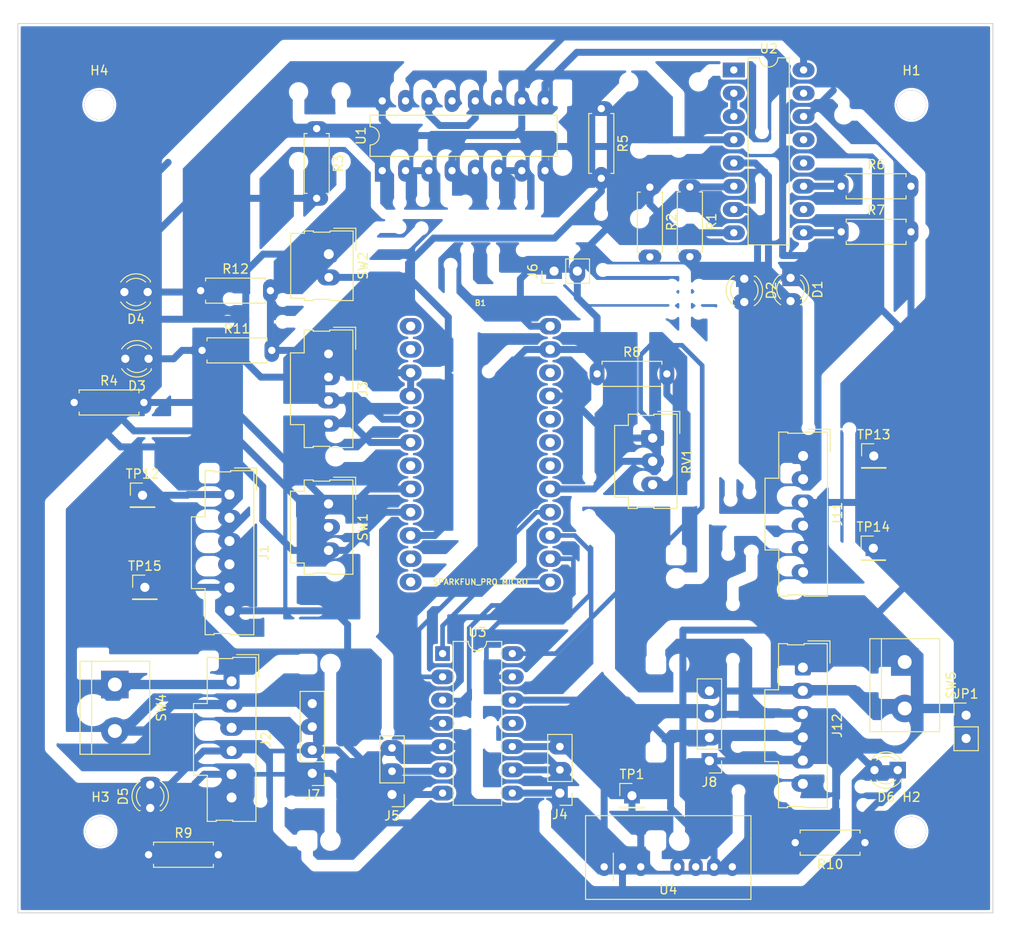
<source format=kicad_pcb>
(kicad_pcb (version 20171130) (host pcbnew 5.1.7-a382d34a8~88~ubuntu18.04.1)
  (layers (0 F.Cu signal) (31 B.Cu signal) (35 F.Paste user) (37 F.SilkS user) (38 B.Mask user) (39 F.Mask user) (44 Edge.Cuts user))
  (net 0 "")
  (net 1 5V)
  (net 2 GND)
  (net 3 "Net-(B1-Pad22)")
  (net 4 "Net-(B1-Pad20)")
  (net 5 "Net-(B1-Pad19)")
  (net 6 "Net-(B1-Pad18)")
  (net 7 "Net-(B1-Pad17)")
  (net 8 "Net-(B1-Pad16)")
  (net 9 "Net-(B1-Pad15)")
  (net 10 "Net-(B1-Pad14)")
  (net 11 "Net-(B1-Pad7)")
  (net 12 "Net-(B1-Pad2)")
  (net 13 "Net-(B1-Pad1)")
  (net 14 GNDA)
  (net 15 +12VA)
  (net 16 +5VA)
  (net 17 +48VA)
  (net 18 /Throttle-A)
  (net 19 /Brake_AN-A)
  (net 20 /FWD-A)
  (net 21 /REV-A)
  (net 22 /Brake-A)
  (net 23 /Foot_SW-A)
  (net 24 /Meter-A)
  (net 25 /PWR-A)
  (net 26 "Net-(R1-Pad1)")
  (net 27 "Net-(R2-Pad1)")
  (net 28 "Net-(R3-Pad1)")
  (net 29 "Net-(R4-Pad1)")
  (net 30 "Net-(R5-Pad1)")
  (net 31 "Net-(U1-Pad6)")
  (net 32 "Net-(U1-Pad2)")
  (net 33 "Net-(U2-Pad2)")
  (net 34 "Net-(U3-Pad11)")
  (net 35 "Net-(R8-Pad2)")
  (net 36 /10-CS)
  (net 37 /7-Brake)
  (net 38 /SCL)
  (net 39 /SDA)
  (net 40 VCC)
  (net 41 /9-Meter_A)
  (net 42 /8-Meter_B)
  (net 43 /Meter-B)
  (net 44 "Net-(D1-Pad1)")
  (net 45 "Net-(D2-Pad1)")
  (net 46 +5VB)
  (net 47 "Net-(D5-Pad1)")
  (net 48 "Net-(D6-Pad1)")
  (net 49 /Throttle-B)
  (net 50 /Brake_AN-B)
  (net 51 /FWD-B)
  (net 52 /REV-B)
  (net 53 /Brake-B)
  (net 54 /Foot_SW-B)
  (net 55 GNDB)
  (net 56 +12VB)
  (net 57 +48VB)
  (net 58 /PWR-B)
  (net 59 "Net-(TP1-Pad1)")
  (net 60 "Net-(U4-Pad8)")
  (net 61 "Net-(U4-Pad5)")
  (net 62 "Net-(D3-Pad1)")
  (net 63 "Net-(D4-Pad1)")
  (net 64 /6-Forward)
  (net 65 /5-Reverse)
  (net 66 "Net-(JP1-Pad2)")
  (module Boards:SPARKFUN_PRO_MICRO (layer F.Cu) (at 64.516 78.1558)
    (fp_text reference B1 (at 0 -15.24) (layer F.SilkS) (effects (font (size 0.6096 0.6096) (thickness 0.127))))
    (fp_text value SPARKFUN_PRO_MICRO (at 0 15.24) (layer F.SilkS) (effects (font (size 0.6096 0.6096) (thickness 0.127))))
    (pad 24 thru_hole oval (at 7.62 -12.7) (size 2.3876 1.778) (drill 1.016) (layers *.Cu *.Mask) (net 1 5V))
    (pad 23 thru_hole oval (at 7.62 -10.16) (size 2.3876 1.778) (drill 1.016) (layers *.Cu *.Mask) (net 2 GND))
    (pad 22 thru_hole oval (at 7.62 -7.62) (size 2.3876 1.778) (drill 1.016) (layers *.Cu *.Mask) (net 3 "Net-(B1-Pad22)"))
    (pad 21 thru_hole oval (at 7.62 -5.08) (size 2.3876 1.778) (drill 1.016) (layers *.Cu *.Mask) (net 40 VCC))
    (pad 20 thru_hole oval (at 7.62 -2.54) (size 2.3876 1.778) (drill 1.016) (layers *.Cu *.Mask) (net 4 "Net-(B1-Pad20)"))
    (pad 19 thru_hole oval (at 7.62 0) (size 2.3876 1.778) (drill 1.016) (layers *.Cu *.Mask) (net 5 "Net-(B1-Pad19)"))
    (pad 18 thru_hole oval (at 7.62 2.54) (size 2.3876 1.778) (drill 1.016) (layers *.Cu *.Mask) (net 6 "Net-(B1-Pad18)"))
    (pad 17 thru_hole oval (at 7.62 5.08) (size 2.3876 1.778) (drill 1.016) (layers *.Cu *.Mask) (net 7 "Net-(B1-Pad17)"))
    (pad 16 thru_hole oval (at 7.62 7.62) (size 2.3876 1.778) (drill 1.016) (layers *.Cu *.Mask) (net 8 "Net-(B1-Pad16)"))
    (pad 15 thru_hole oval (at 7.62 10.16) (size 2.3876 1.778) (drill 1.016) (layers *.Cu *.Mask) (net 9 "Net-(B1-Pad15)"))
    (pad 14 thru_hole oval (at 7.62 12.7) (size 2.3876 1.778) (drill 1.016) (layers *.Cu *.Mask) (net 10 "Net-(B1-Pad14)"))
    (pad 13 thru_hole oval (at 7.62 15.24) (size 2.3876 1.778) (drill 1.016) (layers *.Cu *.Mask) (net 36 /10-CS))
    (pad 12 thru_hole oval (at -7.62 15.24) (size 2.3876 1.778) (drill 1.016) (layers *.Cu *.Mask) (net 41 /9-Meter_A))
    (pad 11 thru_hole oval (at -7.62 12.7) (size 2.3876 1.778) (drill 1.016) (layers *.Cu *.Mask) (net 42 /8-Meter_B))
    (pad 10 thru_hole oval (at -7.62 10.16) (size 2.3876 1.778) (drill 1.016) (layers *.Cu *.Mask) (net 37 /7-Brake))
    (pad 9 thru_hole oval (at -7.62 7.62) (size 2.3876 1.778) (drill 1.016) (layers *.Cu *.Mask) (net 64 /6-Forward))
    (pad 8 thru_hole oval (at -7.62 5.08) (size 2.3876 1.778) (drill 1.016) (layers *.Cu *.Mask) (net 65 /5-Reverse))
    (pad 7 thru_hole oval (at -7.62 2.54) (size 2.3876 1.778) (drill 1.016) (layers *.Cu *.Mask) (net 11 "Net-(B1-Pad7)"))
    (pad 6 thru_hole oval (at -7.62 0) (size 2.3876 1.778) (drill 1.016) (layers *.Cu *.Mask) (net 38 /SCL))
    (pad 5 thru_hole oval (at -7.62 -2.54) (size 2.3876 1.778) (drill 1.016) (layers *.Cu *.Mask) (net 39 /SDA))
    (pad 4 thru_hole oval (at -7.62 -5.08) (size 2.3876 1.778) (drill 1.016) (layers *.Cu *.Mask) (net 2 GND))
    (pad 3 thru_hole oval (at -7.62 -7.62) (size 2.3876 1.778) (drill 1.016) (layers *.Cu *.Mask) (net 2 GND))
    (pad 2 thru_hole oval (at -7.62 -10.16) (size 2.3876 1.778) (drill 1.016) (layers *.Cu *.Mask) (net 12 "Net-(B1-Pad2)"))
    (pad 1 thru_hole oval (at -7.62 -12.7) (size 2.3876 1.778) (drill 1.016) (layers *.Cu *.Mask) (net 13 "Net-(B1-Pad1)"))
  )
  (module myfootprints:Molex_SL_171971-0003_1x03_P2.54mm_Vertical_wide_pads (layer F.Cu) (at 47.9298 84.8614 270)
    (fp_text reference SW1 (at 2.54 -3.75 270) (layer F.SilkS))
    (fp_text value FNR)
    (pad 1 thru_hole roundrect (at 0 0 270) (size 1.74 2.4892) (drill 1.016) (layers *.Cu *.Mask) (roundrect_rratio 0.144) (net 65 /5-Reverse))
    (pad 2 thru_hole oval (at 2.54 0 270) (size 1.74 2.4892) (drill 1.016) (layers *.Cu *.Mask) (net 40 VCC))
    (pad 3 thru_hole oval (at 5.08 0 270) (size 1.74 2.4892) (drill 1.016) (layers *.Cu *.Mask) (net 64 /6-Forward))
  )
  (module myfootprints:Molex_SL_171971-0003_1x03_P2.54mm_Vertical_wide_pads (layer F.Cu) (at 83.3374 77.6732 270)
    (fp_text reference RV1 (at 2.54 -3.75 270) (layer F.SilkS))
    (fp_text value Throttle)
    (pad 1 thru_hole roundrect (at 0 0 270) (size 1.74 2.4892) (drill 1.016) (layers *.Cu *.Mask) (roundrect_rratio 0.144) (net 40 VCC))
    (pad 2 thru_hole oval (at 2.54 0 270) (size 1.74 2.4892) (drill 1.016) (layers *.Cu *.Mask) (net 7 "Net-(B1-Pad17)"))
    (pad 3 thru_hole oval (at 5.08 0 270) (size 1.74 2.4892) (drill 1.016) (layers *.Cu *.Mask) (net 35 "Net-(R8-Pad2)"))
  )
  (module myfootprints:R_Axial_DIN0207_L6.3mm_D2.5mm_P7.62mm_Horizontal_wide_pads (layer F.Cu) (at 33.9598 61.5696)
    (fp_text reference R12 (at 3.81 -2.37) (layer F.SilkS))
    (fp_text value 1k)
    (pad 1 thru_hole oval (at 0 0 90) (size 1.6 2.4892) (drill 0.8) (layers *.Cu *.Mask) (net 63 "Net-(D4-Pad1)"))
    (pad 2 thru_hole oval (at 7.62 0) (size 1.6 2.4892) (drill 0.8) (layers *.Cu *.Mask) (net 2 GND))
  )
  (module myfootprints:R_Axial_DIN0207_L6.3mm_D2.5mm_P7.62mm_Horizontal_wide_pads (layer F.Cu) (at 34.1122 68.0974)
    (fp_text reference R11 (at 3.81 -2.37) (layer F.SilkS))
    (fp_text value 1k)
    (pad 1 thru_hole oval (at 0 0 90) (size 1.6 2.4892) (drill 0.8) (layers *.Cu *.Mask) (net 62 "Net-(D3-Pad1)"))
    (pad 2 thru_hole oval (at 7.62 0) (size 1.6 2.4892) (drill 0.8) (layers *.Cu *.Mask) (net 2 GND))
  )
  (module myfootprints:R_Axial_DIN0207_L6.3mm_D2.5mm_P7.62mm_Horizontal_wide_pads (layer F.Cu) (at 106.5276 121.8692 180)
    (fp_text reference R10 (at 3.81 -2.37) (layer F.SilkS))
    (fp_text value 1k)
    (pad 1 thru_hole oval (at 0 0 180) (size 1.6 2.4892) (drill 0.8) (layers *.Cu *.Mask) (net 48 "Net-(D6-Pad1)"))
    (pad 2 thru_hole oval (at 7.62 0 180) (size 1.6 2.4892) (drill 0.8) (layers *.Cu *.Mask) (net 14 GNDA))
  )
  (module myfootprints:R_Axial_DIN0207_L6.3mm_D2.5mm_P7.62mm_Horizontal_wide_pads (layer F.Cu) (at 28.2702 123.19)
    (fp_text reference R9 (at 3.81 -2.37) (layer F.SilkS))
    (fp_text value 1k)
    (pad 1 thru_hole oval (at 0 0) (size 1.6 2.4892) (drill 0.8) (layers *.Cu *.Mask) (net 47 "Net-(D5-Pad1)"))
    (pad 2 thru_hole oval (at 7.62 0) (size 1.6 2.4892) (drill 0.8) (layers *.Cu *.Mask) (net 55 GNDB))
  )
  (module myfootprints:R_Axial_DIN0207_L6.3mm_D2.5mm_P7.62mm_Horizontal_wide_pads (layer F.Cu) (at 77.2668 70.6628)
    (fp_text reference R8 (at 3.81 -2.37) (layer F.SilkS))
    (fp_text value 1k)
    (pad 1 thru_hole oval (at 0 0) (size 1.6 2.4892) (drill 0.8) (layers *.Cu *.Mask) (net 2 GND))
    (pad 2 thru_hole oval (at 7.62 0) (size 1.6 2.4892) (drill 0.8) (layers *.Cu *.Mask) (net 35 "Net-(R8-Pad2)"))
  )
  (module myfootprints:R_Axial_DIN0207_L6.3mm_D2.5mm_P7.62mm_Horizontal_wide_pads (layer F.Cu) (at 103.9368 55.1434)
    (fp_text reference R7 (at 3.81 -2.37) (layer F.SilkS))
    (fp_text value 10k)
    (pad 1 thru_hole oval (at 0 0) (size 1.6 2.4892) (drill 0.8) (layers *.Cu *.Mask) (net 41 /9-Meter_A))
    (pad 2 thru_hole oval (at 7.62 0) (size 1.6 2.4892) (drill 0.8) (layers *.Cu *.Mask) (net 2 GND))
  )
  (module myfootprints:R_Axial_DIN0207_L6.3mm_D2.5mm_P7.62mm_Horizontal_wide_pads (layer F.Cu) (at 103.9368 50.165)
    (fp_text reference R6 (at 3.81 -2.37) (layer F.SilkS))
    (fp_text value 10k)
    (pad 1 thru_hole oval (at 0 0) (size 1.6 2.4892) (drill 0.8) (layers *.Cu *.Mask) (net 42 /8-Meter_B))
    (pad 2 thru_hole oval (at 7.62 0) (size 1.6 2.4892) (drill 0.8) (layers *.Cu *.Mask) (net 2 GND))
  )
  (module myfootprints:R_Axial_DIN0207_L6.3mm_D2.5mm_P7.62mm_Horizontal_wide_pads (layer F.Cu) (at 77.724 41.6814 270)
    (fp_text reference R5 (at 3.81 -2.37 90) (layer F.SilkS))
    (fp_text value 220)
    (pad 1 thru_hole oval (at 0 0 270) (size 1.6 2.4892) (drill 0.8) (layers *.Cu *.Mask) (net 30 "Net-(R5-Pad1)"))
    (pad 2 thru_hole oval (at 7.62 0) (size 1.6 2.4892) (drill 0.8) (layers *.Cu *.Mask) (net 37 /7-Brake))
  )
  (module myfootprints:R_Axial_DIN0207_L6.3mm_D2.5mm_P7.62mm_Horizontal_wide_pads (layer F.Cu) (at 20.1422 73.787)
    (fp_text reference R4 (at 3.81 -2.37) (layer F.SilkS))
    (fp_text value 220)
    (pad 1 thru_hole oval (at 0 0) (size 1.6 2.4892) (drill 0.8) (layers *.Cu *.Mask) (net 29 "Net-(R4-Pad1)"))
    (pad 2 thru_hole oval (at 7.62 0) (size 1.6 2.4892) (drill 0.8) (layers *.Cu *.Mask) (net 65 /5-Reverse))
  )
  (module myfootprints:R_Axial_DIN0207_L6.3mm_D2.5mm_P7.62mm_Horizontal_wide_pads (layer F.Cu) (at 46.6344 43.8658 270)
    (fp_text reference R3 (at 3.81 -2.37 90) (layer F.SilkS))
    (fp_text value 220)
    (pad 1 thru_hole oval (at 0 0 270) (size 1.6 2.4892) (drill 0.8) (layers *.Cu *.Mask) (net 28 "Net-(R3-Pad1)"))
    (pad 2 thru_hole oval (at 7.62 0 270) (size 1.6 2.4892) (drill 0.8) (layers *.Cu *.Mask) (net 64 /6-Forward))
  )
  (module myfootprints:R_Axial_DIN0207_L6.3mm_D2.5mm_P7.62mm_Horizontal_wide_pads (layer F.Cu) (at 83.0326 50.2666 270)
    (fp_text reference R2 (at 3.81 -2.37 90) (layer F.SilkS))
    (fp_text value 1k)
    (pad 1 thru_hole oval (at 0 0 270) (size 1.6 2.4892) (drill 0.8) (layers *.Cu *.Mask) (net 27 "Net-(R2-Pad1)"))
    (pad 2 thru_hole oval (at 7.62 0 270) (size 1.6 2.4892) (drill 0.8) (layers *.Cu *.Mask) (net 14 GNDA))
  )
  (module myfootprints:R_Axial_DIN0207_L6.3mm_D2.5mm_P7.62mm_Horizontal_wide_pads (layer F.Cu) (at 87.4014 50.2412 270)
    (fp_text reference R1 (at 3.81 -2.37 90) (layer F.SilkS))
    (fp_text value 1k)
    (pad 1 thru_hole oval (at 0 0 270) (size 1.6 2.4892) (drill 0.8) (layers *.Cu *.Mask) (net 26 "Net-(R1-Pad1)"))
    (pad 2 thru_hole oval (at 7.62 0 270) (size 1.6 2.4892) (drill 0.8) (layers *.Cu *.Mask) (net 55 GNDB))
  )
  (module myfootprints:PinHeader_1x04_P2.54mm_Vertical_wide_pads (layer F.Cu) (at 89.535 112.9284 180)
    (fp_text reference J8 (at 0 -2.33) (layer F.SilkS))
    (fp_text value A_5_12_48)
    (pad 1 thru_hole rect (at 0 0 180) (size 1.7 1.7) (drill 1) (layers *.Cu *.Mask) (net 14 GNDA))
    (pad 2 thru_hole oval (at 0 2.54 180) (size 2.4892 1.7272) (drill oval 1) (layers *.Cu *.Mask) (net 16 +5VA))
    (pad 3 thru_hole oval (at 0 5.08 180) (size 2.4892 1.7272) (drill oval 1) (layers *.Cu *.Mask) (net 15 +12VA))
    (pad 4 thru_hole oval (at 0 7.62 180) (size 2.4892 1.7272) (drill oval 1) (layers *.Cu *.Mask) (net 17 +48VA))
  )
  (module myfootprints:PinHeader_1x04_P2.54mm_Vertical_wide_pads (layer F.Cu) (at 46.1518 114.3 180)
    (fp_text reference J7 (at 0 -2.33) (layer F.SilkS))
    (fp_text value B_5_12_48)
    (pad 1 thru_hole rect (at 0 0 180) (size 1.7 1.7) (drill 1) (layers *.Cu *.Mask) (net 55 GNDB))
    (pad 2 thru_hole oval (at 0 2.54 180) (size 2.4892 1.7272) (drill oval 1) (layers *.Cu *.Mask) (net 46 +5VB))
    (pad 3 thru_hole oval (at 0 5.08 180) (size 2.4892 1.7272) (drill oval 1) (layers *.Cu *.Mask) (net 56 +12VB))
    (pad 4 thru_hole oval (at 0 7.62 180) (size 2.4892 1.7272) (drill oval 1) (layers *.Cu *.Mask) (net 57 +48VB))
  )
  (module myfootprints:PinHeader_1x03_P2.54mm_Vertical_wide_pads (layer F.Cu) (at 54.864 116.6114 180)
    (fp_text reference J5 (at 0 -2.33) (layer F.SilkS))
    (fp_text value "throttle B")
    (pad 1 thru_hole rect (at 0 0 180) (size 1.7 1.7) (drill 1) (layers *.Cu *.Mask) (net 46 +5VB))
    (pad 2 thru_hole oval (at 0 2.54 270) (size 1.7272 2.4892) (drill 0.8382) (layers *.Cu *.Mask) (net 49 /Throttle-B))
    (pad 3 thru_hole oval (at 0 5.08 270) (size 1.7272 2.4892) (drill 0.8382) (layers *.Cu *.Mask) (net 55 GNDB))
  )
  (module myfootprints:PinHeader_1x03_P2.54mm_Vertical_wide_pads (layer F.Cu) (at 73.2028 116.459 180)
    (fp_text reference J4 (at 0 -2.33) (layer F.SilkS))
    (fp_text value "throttle A")
    (pad 1 thru_hole rect (at 0 0 180) (size 1.7 1.7) (drill 1) (layers *.Cu *.Mask) (net 16 +5VA))
    (pad 2 thru_hole oval (at 0 2.54 270) (size 1.7272 2.4892) (drill 0.8382) (layers *.Cu *.Mask) (net 18 /Throttle-A))
    (pad 3 thru_hole oval (at 0 5.08 270) (size 1.7272 2.4892) (drill 0.8382) (layers *.Cu *.Mask) (net 14 GNDA))
  )
  (module myfootprints:Molex_SL_171971-0004_1x04_P2.54mm_Vertical_wide_pads (layer F.Cu) (at 47.9298 68.4784 270)
    (fp_text reference J3 (at 3.81 -3.75 270) (layer F.SilkS))
    (fp_text value "I2C throttle")
    (pad 1 thru_hole roundrect (at 0 0 270) (size 1.74 2.2606) (drill 0.9652) (layers *.Cu *.Mask) (roundrect_rratio 0.144) (net 2 GND))
    (pad 2 thru_hole oval (at 2.54 0 270) (size 1.74 2.4892) (drill 0.9652) (layers *.Cu *.Mask) (net 40 VCC))
    (pad 3 thru_hole oval (at 5.08 0 270) (size 1.74 2.4892) (drill 0.9652) (layers *.Cu *.Mask) (net 39 /SDA))
    (pad 4 thru_hole oval (at 7.62 0 270) (size 1.74 2.4892) (drill 0.9652) (layers *.Cu *.Mask) (net 38 /SCL))
  )
  (module myfootprints:LED_D3.0mm_wide_pads (layer F.Cu) (at 110.109 113.9444 180)
    (fp_text reference D6 (at 1.27 -2.96) (layer F.SilkS))
    (fp_text value RED)
    (pad 1 thru_hole rect (at 0 0 180) (size 1.8 1.8) (drill 0.9) (layers *.Cu *.Mask) (net 48 "Net-(D6-Pad1)"))
    (pad 2 thru_hole oval (at 2.54 0 180) (size 1.7272 2.4892) (drill 0.9) (layers *.Cu *.Mask) (net 16 +5VA))
  )
  (module myfootprints:LED_D3.0mm_wide_pads (layer F.Cu) (at 28.448 118.0846 90)
    (fp_text reference D5 (at 1.27 -2.96 90) (layer F.SilkS))
    (fp_text value RED)
    (pad 1 thru_hole rect (at 0 0 90) (size 1.8 1.8) (drill 0.9) (layers *.Cu *.Mask) (net 47 "Net-(D5-Pad1)"))
    (pad 2 thru_hole oval (at 2.54 0 90) (size 1.7272 2.4892) (drill 0.9) (layers *.Cu *.Mask) (net 46 +5VB))
  )
  (module myfootprints:LED_D3.0mm_wide_pads (layer F.Cu) (at 28.1686 61.722 180)
    (fp_text reference D4 (at 1.27 -2.96) (layer F.SilkS))
    (fp_text value green)
    (pad 1 thru_hole rect (at 0 0 180) (size 1.8 1.8) (drill 0.9) (layers *.Cu *.Mask) (net 63 "Net-(D4-Pad1)"))
    (pad 2 thru_hole oval (at 2.54 0 180) (size 1.7272 2.4892) (drill 0.9) (layers *.Cu *.Mask) (net 64 /6-Forward))
  )
  (module myfootprints:LED_D3.0mm_wide_pads (layer F.Cu) (at 28.2702 69.0118 180)
    (fp_text reference D3 (at 1.27 -2.96) (layer F.SilkS))
    (fp_text value green)
    (pad 1 thru_hole rect (at 0 0 180) (size 1.8 1.8) (drill 0.9) (layers *.Cu *.Mask) (net 62 "Net-(D3-Pad1)"))
    (pad 2 thru_hole oval (at 2.54 0 180) (size 1.7272 2.4892) (drill 0.9) (layers *.Cu *.Mask) (net 65 /5-Reverse))
  )
  (module myfootprints:LED_D3.0mm_wide_pads (layer F.Cu) (at 93.345 60.2742 270)
    (fp_text reference D2 (at 1.27 -2.96 90) (layer F.SilkS))
    (fp_text value yellow)
    (pad 1 thru_hole rect (at 0 0 270) (size 1.8 1.8) (drill 0.9) (layers *.Cu *.Mask) (net 45 "Net-(D2-Pad1)"))
    (pad 2 thru_hole oval (at 2.54 0 270) (size 1.7272 2.4892) (drill 0.9) (layers *.Cu *.Mask) (net 24 /Meter-A))
  )
  (module myfootprints:LED_D3.0mm_wide_pads (layer F.Cu) (at 98.3996 60.1726 270)
    (fp_text reference D1 (at 1.27 -2.96 90) (layer F.SilkS))
    (fp_text value yellow)
    (pad 1 thru_hole rect (at 0 0 270) (size 1.8 1.8) (drill 0.9) (layers *.Cu *.Mask) (net 44 "Net-(D1-Pad1)"))
    (pad 2 thru_hole oval (at 2.54 0 270) (size 1.7272 2.4892) (drill 0.9) (layers *.Cu *.Mask) (net 43 /Meter-B))
  )
  (module Connector_PinHeader_2.54mm:PinHeader_1x02_P2.54mm_Vertical (layer F.Cu) (at 117.5766 107.95)
    (fp_text reference JP1 (at 0 -2.33) (layer F.SilkS))
    (fp_text value Jumper)
    (pad 2 thru_hole oval (at 0 2.54 90) (size 1.7 2.4892) (drill 1) (layers *.Cu *.Mask) (net 66 "Net-(JP1-Pad2)"))
    (pad 1 thru_hole rect (at 0 0) (size 1.7 1.7) (drill 1) (layers *.Cu *.Mask) (net 17 +48VA))
  )
  (module myfootprints:SPAN02 (layer F.Cu) (at 85.0392 124.5108)
    (fp_text reference U4 (at 0 2.5) (layer F.SilkS))
    (fp_text value SPAN02C-05)
    (pad 8 thru_hole oval (at 7 0) (size 1.524 2) (drill 0.8) (layers *.Cu *.Mask) (net 60 "Net-(U4-Pad8)"))
    (pad 7 thru_hole oval (at 5 0) (size 1.524 2) (drill 0.8) (layers *.Cu *.Mask) (net 2 GND))
    (pad 6 thru_hole oval (at 3 0) (size 1.524 2) (drill 0.8) (layers *.Cu *.Mask) (net 1 5V))
    (pad 5 thru_hole oval (at 1 0) (size 1.524 2) (drill 0.8) (layers *.Cu *.Mask) (net 61 "Net-(U4-Pad5)"))
    (pad 3 thru_hole oval (at -3 0) (size 1.524 2) (drill 0.8) (layers *.Cu *.Mask) (net 59 "Net-(TP1-Pad1)"))
    (pad 2 thru_hole oval (at -5 0) (size 1.524 2) (drill 0.8) (layers *.Cu *.Mask) (net 66 "Net-(JP1-Pad2)"))
    (pad 1 thru_hole oval (at -7 0) (size 1.524 2) (drill 0.8) (layers *.Cu *.Mask) (net 14 GNDA))
  )
  (module Connector_PinHeader_2.54mm:PinHeader_1x01_P2.54mm_Vertical (layer F.Cu) (at 27.8638 93.98)
    (fp_text reference TP15 (at 0 -2.33) (layer F.SilkS))
    (fp_text value anbrk)
    (pad 1 thru_hole rect (at 0 0) (size 1.7 1.7) (drill 1) (layers *.Cu *.Mask) (net 50 /Brake_AN-B))
  )
  (module Connector_PinHeader_2.54mm:PinHeader_1x01_P2.54mm_Vertical (layer F.Cu) (at 107.442 89.7128)
    (fp_text reference TP14 (at 0 -2.33) (layer F.SilkS))
    (fp_text value anbrk)
    (pad 1 thru_hole rect (at 0 0) (size 1.7 1.7) (drill 1) (layers *.Cu *.Mask) (net 19 /Brake_AN-A))
  )
  (module Connector_PinHeader_2.54mm:PinHeader_1x01_P2.54mm_Vertical (layer F.Cu) (at 107.4928 79.629)
    (fp_text reference TP13 (at 0 -2.33) (layer F.SilkS))
    (fp_text value ftsw)
    (pad 1 thru_hole rect (at 0 0) (size 1.7 1.7) (drill 1) (layers *.Cu *.Mask) (net 23 /Foot_SW-A))
  )
  (module Connector_PinHeader_2.54mm:PinHeader_1x01_P2.54mm_Vertical (layer F.Cu) (at 27.6098 83.9216)
    (fp_text reference TP12 (at 0 -2.33) (layer F.SilkS))
    (fp_text value ftsw)
    (pad 1 thru_hole rect (at 0 0) (size 1.7 1.7) (drill 1) (layers *.Cu *.Mask) (net 54 /Foot_SW-B))
  )
  (module Connector_PinHeader_2.54mm:PinHeader_1x01_P2.54mm_Vertical (layer F.Cu) (at 81.0768 116.7384)
    (fp_text reference TP1 (at 0 -2.33) (layer F.SilkS))
    (fp_text value RC)
    (pad 1 thru_hole rect (at 0 0) (size 1.7 1.7) (drill 1) (layers *.Cu *.Mask) (net 59 "Net-(TP1-Pad1)"))
  )
  (module Connector_PinHeader_2.54mm:PinHeader_1x02_P2.54mm_Vertical (layer F.Cu) (at 72.5678 59.436 90)
    (fp_text reference J6 (at 0 -2.33 90) (layer F.SilkS))
    (fp_text value "Board power")
    (pad 2 thru_hole oval (at 0 2.54 180) (size 1.7 2.4892) (drill 1) (layers *.Cu *.Mask) (net 2 GND))
    (pad 1 thru_hole rect (at 0 0 90) (size 1.7 1.7) (drill 1) (layers *.Cu *.Mask) (net 1 5V))
  )
  (module Connector_Molex:Molex_SL_171971-0006_1x06_P2.54mm_Vertical (layer F.Cu) (at 37.1094 83.8454 270)
    (fp_text reference J1 (at 6.35 -3.75 270) (layer F.SilkS))
    (fp_text value Conn_01x06_Female)
    (pad 6 thru_hole oval (at 12.7 0 270) (size 1.74 2.4892) (drill 1.09) (layers *.Cu *.Mask) (net 49 /Throttle-B))
    (pad 5 thru_hole oval (at 10.16 0 270) (size 1.74 2.4892) (drill 1.09) (layers *.Cu *.Mask) (net 50 /Brake_AN-B))
    (pad 4 thru_hole oval (at 7.62 0 270) (size 1.74 2.4892) (drill 1.09) (layers *.Cu *.Mask) (net 51 /FWD-B))
    (pad 3 thru_hole oval (at 5.08 0 270) (size 1.74 2.4892) (drill 1.09) (layers *.Cu *.Mask) (net 52 /REV-B))
    (pad 2 thru_hole oval (at 2.54 0 270) (size 1.74 2.4892) (drill 1.09) (layers *.Cu *.Mask) (net 53 /Brake-B))
    (pad 1 thru_hole roundrect (at 0 0 270) (size 1.74 1.74) (drill 1.09) (layers *.Cu *.Mask) (roundrect_rratio 0.1436775862068966) (net 54 /Foot_SW-B))
  )
  (module Connector_Molex:Molex_SL_171971-0006_1x06_P2.54mm_Vertical (layer F.Cu) (at 37.338 104.2416 270)
    (fp_text reference J2 (at 6.35 -3.75 270) (layer F.SilkS))
    (fp_text value Conn_01x06_Female)
    (pad 6 thru_hole oval (at 12.7 0 270) (size 1.74 2.4892) (drill 1.09) (layers *.Cu *.Mask) (net 43 /Meter-B))
    (pad 5 thru_hole oval (at 10.16 0 270) (size 1.74 2.4892) (drill 1.09) (layers *.Cu *.Mask) (net 55 GNDB))
    (pad 4 thru_hole oval (at 7.62 0 270) (size 1.74 2.4892) (drill 1.09) (layers *.Cu *.Mask) (net 46 +5VB))
    (pad 3 thru_hole oval (at 5.08 0 270) (size 1.74 2.4892) (drill 1.09) (layers *.Cu *.Mask) (net 56 +12VB))
    (pad 2 thru_hole oval (at 2.54 0 270) (size 1.74 2.4892) (drill 1.09) (layers *.Cu *.Mask) (net 57 +48VB))
    (pad 1 thru_hole roundrect (at 0 0 270) (size 1.74 1.74) (drill 1.09) (layers *.Cu *.Mask) (roundrect_rratio 0.1436775862068966) (net 58 /PWR-B))
  )
  (module Package_DIP:DIP-14_W7.62mm (layer F.Cu) (at 60.3858 101.219)
    (fp_text reference U3 (at 3.81 -2.33) (layer F.SilkS))
    (fp_text value MCP4251)
    (pad 14 thru_hole oval (at 7.62 0) (size 2.4892 1.6) (drill 0.8) (layers *.Cu *.Mask) (net 40 VCC))
    (pad 7 thru_hole oval (at 0 15.24) (size 2.4892 1.6) (drill 0.8) (layers *.Cu *.Mask) (net 46 +5VB))
    (pad 13 thru_hole oval (at 7.62 2.54) (size 2.4892 1.6) (drill 0.8) (layers *.Cu *.Mask) (net 9 "Net-(B1-Pad15)"))
    (pad 6 thru_hole oval (at 0 12.7) (size 2.4892 1.6) (drill 0.8) (layers *.Cu *.Mask) (net 49 /Throttle-B))
    (pad 12 thru_hole oval (at 7.62 5.08) (size 2.4892 1.6) (drill 0.8) (layers *.Cu *.Mask) (net 1 5V))
    (pad 5 thru_hole oval (at 0 10.16) (size 2.4892 1.6) (drill 0.8) (layers *.Cu *.Mask) (net 55 GNDB))
    (pad 11 thru_hole oval (at 7.62 7.62) (size 2.4892 1.6) (drill 0.8) (layers *.Cu *.Mask) (net 34 "Net-(U3-Pad11)"))
    (pad 4 thru_hole oval (at 0 7.62) (size 2.4892 1.6) (drill 0.8) (layers *.Cu *.Mask) (net 2 GND))
    (pad 10 thru_hole oval (at 7.62 10.16) (size 2.4892 1.6) (drill 0.8) (layers *.Cu *.Mask) (net 14 GNDA))
    (pad 3 thru_hole oval (at 0 5.08) (size 2.4892 1.6) (drill 0.8) (layers *.Cu *.Mask) (net 10 "Net-(B1-Pad14)"))
    (pad 9 thru_hole oval (at 7.62 12.7) (size 2.4892 1.6) (drill 0.8) (layers *.Cu *.Mask) (net 18 /Throttle-A))
    (pad 2 thru_hole oval (at 0 2.54) (size 2.4892 1.6) (drill 0.8) (layers *.Cu *.Mask) (net 8 "Net-(B1-Pad16)"))
    (pad 8 thru_hole oval (at 7.62 15.24) (size 2.4892 1.6) (drill 0.8) (layers *.Cu *.Mask) (net 16 +5VA))
    (pad 1 thru_hole rect (at 0 0) (size 1.6 1.6) (drill 0.8) (layers *.Cu *.Mask) (net 36 /10-CS))
  )
  (module Connector_Molex:Molex_SL_171971-0006_1x06_P2.54mm_Vertical (layer F.Cu) (at 99.7458 102.743 270)
    (fp_text reference J12 (at 6.35 -3.75 270) (layer F.SilkS))
    (fp_text value Conn_01x06_Female)
    (pad 6 thru_hole oval (at 12.7 0 270) (size 1.74 2.4892) (drill 1.09) (layers *.Cu *.Mask) (net 24 /Meter-A))
    (pad 5 thru_hole oval (at 10.16 0 270) (size 1.74 2.4892) (drill 1.09) (layers *.Cu *.Mask) (net 14 GNDA))
    (pad 4 thru_hole oval (at 7.62 0 270) (size 1.74 2.4892) (drill 1.09) (layers *.Cu *.Mask) (net 16 +5VA))
    (pad 3 thru_hole oval (at 5.08 0 270) (size 1.74 2.4892) (drill 1.09) (layers *.Cu *.Mask) (net 15 +12VA))
    (pad 2 thru_hole oval (at 2.54 0 270) (size 1.74 2.4892) (drill 1.09) (layers *.Cu *.Mask) (net 17 +48VA))
    (pad 1 thru_hole roundrect (at 0 0 270) (size 1.74 1.74) (drill 1.09) (layers *.Cu *.Mask) (roundrect_rratio 0.1436775862068966) (net 25 /PWR-A))
  )
  (module Connector_Molex:Molex_SL_171971-0006_1x06_P2.54mm_Vertical (layer F.Cu) (at 99.7712 79.629 270)
    (fp_text reference J11 (at 6.35 -3.75 270) (layer F.SilkS))
    (fp_text value Conn_01x06_Female)
    (pad 6 thru_hole oval (at 12.7 0 270) (size 1.74 2.4892) (drill 1.09) (layers *.Cu *.Mask) (net 18 /Throttle-A))
    (pad 5 thru_hole oval (at 10.16 0 270) (size 1.74 2.4892) (drill 1.09) (layers *.Cu *.Mask) (net 19 /Brake_AN-A))
    (pad 4 thru_hole oval (at 7.62 0 270) (size 1.74 2.4892) (drill 1.09) (layers *.Cu *.Mask) (net 20 /FWD-A))
    (pad 3 thru_hole oval (at 5.08 0 270) (size 1.74 2.4892) (drill 1.09) (layers *.Cu *.Mask) (net 21 /REV-A))
    (pad 2 thru_hole oval (at 2.54 0 270) (size 1.74 2.4892) (drill 1.09) (layers *.Cu *.Mask) (net 22 /Brake-A))
    (pad 1 thru_hole roundrect (at 0 0 270) (size 1.74 2.4892) (drill 1.09) (layers *.Cu *.Mask) (roundrect_rratio 0.144) (net 23 /Foot_SW-A))
  )
  (module Package_DIP:DIP-16_W7.62mm_LongPads (layer F.Cu) (at 53.7972 48.4632 90)
    (fp_text reference U1 (at 3.81 -2.33 90) (layer F.SilkS))
    (fp_text value LTV-247)
    (pad 16 thru_hole oval (at 7.62 0 90) (size 2.4 1.6) (drill 0.8) (layers *.Cu *.Mask) (net 15 +12VA))
    (pad 8 thru_hole oval (at 0 17.78 90) (size 2.4 1.6) (drill 0.8) (layers *.Cu *.Mask) (net 2 GND))
    (pad 15 thru_hole oval (at 7.62 2.54 90) (size 2.4 1.6) (drill 0.8) (layers *.Cu *.Mask) (net 20 /FWD-A))
    (pad 7 thru_hole oval (at 0 15.24 90) (size 2.4 1.6) (drill 0.8) (layers *.Cu *.Mask) (net 31 "Net-(U1-Pad6)"))
    (pad 14 thru_hole oval (at 7.62 5.08 90) (size 2.4 1.6) (drill 0.8) (layers *.Cu *.Mask) (net 56 +12VB))
    (pad 6 thru_hole oval (at 0 12.7 90) (size 2.4 1.6) (drill 0.8) (layers *.Cu *.Mask) (net 31 "Net-(U1-Pad6)"))
    (pad 13 thru_hole oval (at 7.62 7.62 90) (size 2.4 1.6) (drill 0.8) (layers *.Cu *.Mask) (net 51 /FWD-B))
    (pad 5 thru_hole oval (at 0 10.16 90) (size 2.4 1.6) (drill 0.8) (layers *.Cu *.Mask) (net 29 "Net-(R4-Pad1)"))
    (pad 12 thru_hole oval (at 7.62 10.16 90) (size 2.4 1.6) (drill 0.8) (layers *.Cu *.Mask) (net 56 +12VB))
    (pad 4 thru_hole oval (at 0 7.62 90) (size 2.4 1.6) (drill 0.8) (layers *.Cu *.Mask) (net 2 GND))
    (pad 11 thru_hole oval (at 7.62 12.7 90) (size 2.4 1.6) (drill 0.8) (layers *.Cu *.Mask) (net 52 /REV-B))
    (pad 3 thru_hole oval (at 0 5.08 90) (size 2.4 1.6) (drill 0.8) (layers *.Cu *.Mask) (net 32 "Net-(U1-Pad2)"))
    (pad 10 thru_hole oval (at 7.62 15.24 90) (size 2.4 1.6) (drill 0.8) (layers *.Cu *.Mask) (net 15 +12VA))
    (pad 2 thru_hole oval (at 0 2.54 90) (size 2.4 1.6) (drill 0.8) (layers *.Cu *.Mask) (net 32 "Net-(U1-Pad2)"))
    (pad 9 thru_hole oval (at 7.62 17.78 90) (size 2.4 1.6) (drill 0.8) (layers *.Cu *.Mask) (net 21 /REV-A))
    (pad 1 thru_hole rect (at 0 0 90) (size 2.4 1.6) (drill 0.8) (layers *.Cu *.Mask) (net 28 "Net-(R3-Pad1)"))
  )
  (module Package_DIP:DIP-16_W7.62mm_LongPads (layer F.Cu) (at 92.202 37.465)
    (fp_text reference U2 (at 3.81 -2.33) (layer F.SilkS))
    (fp_text value LTV-247)
    (pad 16 thru_hole oval (at 7.62 0) (size 2.4 1.6) (drill 0.8) (layers *.Cu *.Mask) (net 15 +12VA))
    (pad 8 thru_hole oval (at 0 17.78) (size 2.4 1.6) (drill 0.8) (layers *.Cu *.Mask) (net 27 "Net-(R2-Pad1)"))
    (pad 15 thru_hole oval (at 7.62 2.54) (size 2.4 1.6) (drill 0.8) (layers *.Cu *.Mask) (net 22 /Brake-A))
    (pad 7 thru_hole oval (at 0 15.24) (size 2.4 1.6) (drill 0.8) (layers *.Cu *.Mask) (net 45 "Net-(D2-Pad1)"))
    (pad 14 thru_hole oval (at 7.62 5.08) (size 2.4 1.6) (drill 0.8) (layers *.Cu *.Mask) (net 56 +12VB))
    (pad 6 thru_hole oval (at 0 12.7) (size 2.4 1.6) (drill 0.8) (layers *.Cu *.Mask) (net 26 "Net-(R1-Pad1)"))
    (pad 13 thru_hole oval (at 7.62 7.62) (size 2.4 1.6) (drill 0.8) (layers *.Cu *.Mask) (net 53 /Brake-B))
    (pad 5 thru_hole oval (at 0 10.16) (size 2.4 1.6) (drill 0.8) (layers *.Cu *.Mask) (net 44 "Net-(D1-Pad1)"))
    (pad 12 thru_hole oval (at 7.62 10.16) (size 2.4 1.6) (drill 0.8) (layers *.Cu *.Mask) (net 40 VCC))
    (pad 4 thru_hole oval (at 0 7.62) (size 2.4 1.6) (drill 0.8) (layers *.Cu *.Mask) (net 2 GND))
    (pad 11 thru_hole oval (at 7.62 12.7) (size 2.4 1.6) (drill 0.8) (layers *.Cu *.Mask) (net 42 /8-Meter_B))
    (pad 3 thru_hole oval (at 0 5.08) (size 2.4 1.6) (drill 0.8) (layers *.Cu *.Mask) (net 33 "Net-(U2-Pad2)"))
    (pad 10 thru_hole oval (at 7.62 15.24) (size 2.4 1.6) (drill 0.8) (layers *.Cu *.Mask) (net 40 VCC))
    (pad 2 thru_hole oval (at 0 2.54) (size 2.4 1.6) (drill 0.8) (layers *.Cu *.Mask) (net 33 "Net-(U2-Pad2)"))
    (pad 9 thru_hole oval (at 7.62 17.78) (size 2.4 1.6) (drill 0.8) (layers *.Cu *.Mask) (net 41 /9-Meter_A))
    (pad 1 thru_hole rect (at 0 0) (size 2.4 1.6) (drill 0.8) (layers *.Cu *.Mask) (net 30 "Net-(R5-Pad1)"))
  )
  (module TerminalBlock:TerminalBlock_bornier-2_P5.08mm (layer F.Cu) (at 110.871 102.1334 270)
    (fp_text reference SW5 (at 2.54 -5.08 90) (layer F.SilkS))
    (fp_text value "Power Switch")
    (pad 2 thru_hole circle (at 5.08 0 270) (size 3 3) (drill 1.52) (layers *.Cu *.Mask) (net 17 +48VA))
    (pad 1 thru_hole rect (at 0 0 270) (size 3 3) (drill 1.52) (layers *.Cu *.Mask) (net 25 /PWR-A))
  )
  (module Connector_Molex:Molex_SL_171971-0002_1x02_P2.54mm_Vertical (layer F.Cu) (at 47.9552 57.5818 270)
    (fp_text reference SW2 (at 1.27 -3.75 90) (layer F.SilkS))
    (fp_text value Brake_SW)
    (pad 2 thru_hole oval (at 2.54 0 270) (size 1.74 2.4892) (drill 0.9652) (layers *.Cu *.Mask) (net 37 /7-Brake))
    (pad 1 thru_hole roundrect (at 0 0 270) (size 1.74 1.74) (drill 1.09) (layers *.Cu *.Mask) (roundrect_rratio 0.1436775862068966) (net 40 VCC))
  )
  (module myfootprints:MountingHole_3.2mm_M3_through_hole (layer F.Cu) (at 111.6076 41.275)
    (fp_text reference H1 (at 0 -3.75) (layer F.SilkS))
    (fp_text value MountingHole)
    (pad 1 thru_hole circle (at 0 0) (size 3.200001 3.200001) (drill 3.200001) (layers *.Cu *.Mask))
  )
  (module myfootprints:MountingHole_3.2mm_M3_through_hole (layer F.Cu) (at 111.6076 120.65)
    (fp_text reference H2 (at 0 -3.75) (layer F.SilkS))
    (fp_text value MountingHole)
    (pad 1 thru_hole circle (at 0 0) (size 3.200001 3.200001) (drill 3.200001) (layers *.Cu *.Mask))
  )
  (module myfootprints:MountingHole_3.2mm_M3_through_hole (layer F.Cu) (at 23.0124 120.65)
    (fp_text reference H3 (at 0 -3.75) (layer F.SilkS))
    (fp_text value MountingHole)
    (pad 1 thru_hole circle (at 0 0) (size 3.200001 3.200001) (drill 3.200001) (layers *.Cu *.Mask))
  )
  (module myfootprints:MountingHole_3.2mm_M3_through_hole (layer F.Cu) (at 22.8854 41.275)
    (fp_text reference H4 (at 0 -3.75) (layer F.SilkS))
    (fp_text value MountingHole)
    (pad 1 thru_hole circle (at 0 0) (size 3.200001 3.200001) (drill 3.200001) (layers *.Cu *.Mask))
  )
  (module TerminalBlock:TerminalBlock_bornier-2_P5.08mm (layer F.Cu) (at 24.5872 104.5972 270)
    (fp_text reference SW4 (at 2.54 -5.08 90) (layer F.SilkS))
    (fp_text value "Power Switch")
    (pad 2 thru_hole circle (at 5.08 0 270) (size 3 3) (drill 1.52) (layers *.Cu *.Mask) (net 57 +48VB))
    (pad 1 thru_hole rect (at 0 0 270) (size 3 3) (drill 1.52) (layers *.Cu *.Mask) (net 58 /PWR-B))
  )
  (gr_line (start 120.4976 32.385) (end 120.4976 129.54) (layer Edge.Cuts) (width 0.1))
  (gr_line (start 13.9954 32.385) (end 120.4976 32.385) (layer Edge.Cuts) (width 0.1))
  (gr_line (start 13.9954 129.54) (end 13.9954 32.385) (layer Edge.Cuts) (width 0.1))
  (gr_line (start 120.4976 129.54) (end 13.9954 129.54) (layer Edge.Cuts) (width 0.1))
  (segment (start 72.136 65.4558) (end 70.0024 65.4558) (width 0.762) (layer B.Cu) (net 1))
  (segment (start 70.0024 65.4558) (end 68.8848 64.3382) (width 0.762) (layer B.Cu) (net 1))
  (segment (start 68.8848 64.3382) (end 68.8848 60.2996) (width 0.762) (layer B.Cu) (net 1))
  (segment (start 69.7484 59.436) (end 72.5678 59.436) (width 0.762) (layer B.Cu) (net 1))
  (segment (start 68.8848 60.2996) (end 69.7484 59.436) (width 0.762) (layer B.Cu) (net 1))
  (segment (start 88.0392 120.8306) (end 88.0392 124.5108) (width 0.762) (layer B.Cu) (net 1))
  (segment (start 85.2932 118.0846) (end 88.0392 120.8306) (width 0.762) (layer B.Cu) (net 1))
  (segment (start 85.2932 111.0234) (end 85.2932 118.0846) (width 0.762) (layer B.Cu) (net 1))
  (segment (start 68.0058 106.299) (end 80.5688 106.299) (width 0.762) (layer B.Cu) (net 1))
  (segment (start 80.5688 106.299) (end 85.2932 111.0234) (width 0.762) (layer B.Cu) (net 1))
  (segment (start 47.9298 68.4784) (end 50.5206 68.4784) (width 0.762) (layer B.Cu) (net 2))
  (segment (start 52.578 70.5358) (end 56.896 70.5358) (width 0.762) (layer B.Cu) (net 2))
  (segment (start 50.5206 68.4784) (end 52.578 70.5358) (width 0.762) (layer B.Cu) (net 2))
  (segment (start 56.896 73.0758) (end 56.896 70.5358) (width 0.762) (layer B.Cu) (net 2))
  (segment (start 77.2668 68.6054) (end 77.2668 70.6628) (width 0.762) (layer B.Cu) (net 2))
  (segment (start 77.2668 67.8688) (end 77.2668 68.6054) (width 0.762) (layer B.Cu) (net 2))
  (segment (start 75.1078 59.436) (end 75.1078 62.3316) (width 0.762) (layer B.Cu) (net 2))
  (segment (start 77.2668 64.4906) (end 77.2668 67.8688) (width 0.762) (layer B.Cu) (net 2))
  (segment (start 75.1078 62.3316) (end 77.2668 64.4906) (width 0.762) (layer B.Cu) (net 2))
  (segment (start 77.1398 67.9958) (end 77.2668 67.8688) (width 0.762) (layer B.Cu) (net 2))
  (segment (start 72.136 67.9958) (end 77.1398 67.9958) (width 0.762) (layer B.Cu) (net 2))
  (segment (start 41.5798 67.945) (end 41.7322 68.0974) (width 0.762) (layer B.Cu) (net 2))
  (segment (start 41.5798 61.5696) (end 41.5798 67.945) (width 0.762) (layer B.Cu) (net 2))
  (segment (start 47.5488 68.0974) (end 47.9298 68.4784) (width 0.762) (layer B.Cu) (net 2))
  (segment (start 41.7322 68.0974) (end 47.5488 68.0974) (width 0.762) (layer B.Cu) (net 2))
  (segment (start 111.5568 50.165) (end 111.5568 55.1434) (width 0.762) (layer B.Cu) (net 2))
  (segment (start 86.63941 98.6536) (end 106.0958 98.6536) (width 0.762) (layer B.Cu) (net 2))
  (segment (start 86.63941 116.61141) (end 86.63941 98.6536) (width 0.762) (layer B.Cu) (net 2))
  (segment (start 106.0958 98.6536) (end 111.5568 93.1926) (width 0.762) (layer B.Cu) (net 2))
  (segment (start 90.0392 124.5108) (end 90.0392 120.0112) (width 0.762) (layer B.Cu) (net 2))
  (segment (start 111.5568 93.1926) (end 111.5568 55.1434) (width 0.762) (layer B.Cu) (net 2))
  (segment (start 90.0392 120.0112) (end 86.63941 116.61141) (width 0.762) (layer B.Cu) (net 2))
  (segment (start 69.469 67.9958) (end 72.136 67.9958) (width 0.762) (layer B.Cu) (net 2))
  (segment (start 58.3946 108.839) (end 55.88 106.3244) (width 0.762) (layer B.Cu) (net 2))
  (segment (start 60.3858 108.839) (end 58.3946 108.839) (width 0.762) (layer B.Cu) (net 2))
  (segment (start 55.88 106.3244) (end 55.88 98.3488) (width 0.762) (layer B.Cu) (net 2))
  (segment (start 55.88 98.3488) (end 68.1228 86.106) (width 0.762) (layer B.Cu) (net 2))
  (segment (start 68.1228 86.106) (end 68.1228 69.342) (width 0.762) (layer B.Cu) (net 2))
  (segment (start 68.1228 69.342) (end 69.469 67.9958) (width 0.762) (layer B.Cu) (net 2))
  (segment (start 71.5772 45.8216) (end 71.5772 48.4632) (width 0.762) (layer B.Cu) (net 2))
  (segment (start 61.4172 48.4632) (end 61.4172 46.863) (width 0.762) (layer B.Cu) (net 2))
  (segment (start 62.4586 45.8216) (end 71.5772 45.8216) (width 0.762) (layer B.Cu) (net 2))
  (segment (start 61.4172 46.863) (end 62.4586 45.8216) (width 0.762) (layer B.Cu) (net 2))
  (segment (start 80.8228 45.085) (end 92.202 45.085) (width 0.762) (layer B.Cu) (net 2))
  (segment (start 80.2132 45.6946) (end 80.8228 45.085) (width 0.762) (layer B.Cu) (net 2))
  (segment (start 80.2132 52.8828) (end 80.2132 45.6946) (width 0.762) (layer B.Cu) (net 2))
  (segment (start 75.1078 59.436) (end 75.1078 57.9882) (width 0.762) (layer B.Cu) (net 2))
  (segment (start 75.1078 57.9882) (end 80.2132 52.8828) (width 0.762) (layer B.Cu) (net 2))
  (segment (start 80.0862 45.8216) (end 80.2132 45.6946) (width 0.762) (layer B.Cu) (net 2))
  (segment (start 71.5772 45.8216) (end 80.0862 45.8216) (width 0.762) (layer B.Cu) (net 2))
  (segment (start 83.3374 80.2132) (end 79.9592 80.2132) (width 0.762) (layer B.Cu) (net 7))
  (segment (start 76.9366 83.2358) (end 72.136 83.2358) (width 0.762) (layer B.Cu) (net 7))
  (segment (start 79.9592 80.2132) (end 76.9366 83.2358) (width 0.762) (layer B.Cu) (net 7))
  (segment (start 58.039 103.759) (end 60.3858 103.759) (width 0.508) (layer B.Cu) (net 8))
  (segment (start 57.8104 103.5304) (end 58.039 103.759) (width 0.508) (layer B.Cu) (net 8))
  (segment (start 57.8104 98.6028) (end 57.8104 103.5304) (width 0.508) (layer B.Cu) (net 8))
  (segment (start 72.136 85.7758) (end 70.6374 85.7758) (width 0.508) (layer B.Cu) (net 8))
  (segment (start 70.6374 85.7758) (end 57.8104 98.6028) (width 0.508) (layer B.Cu) (net 8))
  (segment (start 72.136 88.3158) (end 74.8284 88.3158) (width 0.508) (layer B.Cu) (net 9))
  (segment (start 74.8284 88.3158) (end 76.5048 89.9922) (width 0.508) (layer B.Cu) (net 9))
  (segment (start 76.5048 89.9922) (end 76.5048 94.7674) (width 0.508) (layer B.Cu) (net 9))
  (segment (start 76.5048 94.7674) (end 73.4822 97.79) (width 0.508) (layer B.Cu) (net 9))
  (segment (start 73.4822 97.79) (end 66.5226 97.79) (width 0.508) (layer B.Cu) (net 9))
  (segment (start 66.5226 97.79) (end 65.1764 99.1362) (width 0.508) (layer B.Cu) (net 9))
  (segment (start 65.1764 99.1362) (end 65.1764 103.0986) (width 0.508) (layer B.Cu) (net 9))
  (segment (start 65.8368 103.759) (end 68.0058 103.759) (width 0.508) (layer B.Cu) (net 9))
  (segment (start 65.1764 103.0986) (end 65.8368 103.759) (width 0.508) (layer B.Cu) (net 9))
  (segment (start 62.4586 106.299) (end 60.3858 106.299) (width 0.508) (layer B.Cu) (net 10))
  (segment (start 63.2968 105.4608) (end 62.4586 106.299) (width 0.508) (layer B.Cu) (net 10))
  (segment (start 74.676 90.8558) (end 74.676 94.6658) (width 0.508) (layer B.Cu) (net 10))
  (segment (start 72.136 90.8558) (end 74.676 90.8558) (width 0.508) (layer B.Cu) (net 10))
  (segment (start 74.676 94.6658) (end 73.3806 95.9612) (width 0.508) (layer B.Cu) (net 10))
  (segment (start 73.3806 95.9612) (end 65.7606 95.9612) (width 0.508) (layer B.Cu) (net 10))
  (segment (start 65.7606 95.9612) (end 63.2968 98.425) (width 0.508) (layer B.Cu) (net 10))
  (segment (start 63.2968 98.425) (end 63.2968 105.4608) (width 0.508) (layer B.Cu) (net 10))
  (segment (start 73.2028 111.379) (end 68.0058 111.379) (width 0.762) (layer B.Cu) (net 14))
  (segment (start 99.7204 112.9284) (end 99.7458 112.903) (width 0.762) (layer B.Cu) (net 14))
  (segment (start 89.535 112.9284) (end 99.7204 112.9284) (width 0.762) (layer B.Cu) (net 14))
  (segment (start 98.9076 121.8692) (end 99.6442 121.8692) (width 0.762) (layer B.Cu) (net 14))
  (segment (start 99.6442 121.8692) (end 103.3272 118.1862) (width 0.762) (layer B.Cu) (net 14))
  (segment (start 103.3272 118.1862) (end 103.3272 113.5634) (width 0.762) (layer B.Cu) (net 14))
  (segment (start 102.6668 112.903) (end 99.7458 112.903) (width 0.762) (layer B.Cu) (net 14))
  (segment (start 103.3272 113.5634) (end 102.6668 112.903) (width 0.762) (layer B.Cu) (net 14))
  (segment (start 78.0392 124.5108) (end 78.0392 113.8024) (width 0.762) (layer B.Cu) (net 14))
  (segment (start 75.6158 111.379) (end 73.2028 111.379) (width 0.762) (layer B.Cu) (net 14))
  (segment (start 78.0392 113.8024) (end 75.6158 111.379) (width 0.762) (layer B.Cu) (net 14))
  (segment (start 99.7204 107.8484) (end 99.7458 107.823) (width 0.762) (layer B.Cu) (net 15))
  (segment (start 89.535 107.8484) (end 99.7204 107.8484) (width 0.762) (layer B.Cu) (net 15))
  (segment (start 53.7972 40.8432) (end 53.7972 42.8752) (width 0.762) (layer B.Cu) (net 15))
  (segment (start 53.7972 42.8752) (end 55.5498 44.6278) (width 0.762) (layer B.Cu) (net 15))
  (segment (start 55.5498 44.6278) (end 68.2752 44.6278) (width 0.762) (layer B.Cu) (net 15))
  (segment (start 69.0372 43.8658) (end 69.0372 40.8432) (width 0.762) (layer B.Cu) (net 15))
  (segment (start 68.2752 44.6278) (end 69.0372 43.8658) (width 0.762) (layer B.Cu) (net 15))
  (segment (start 73.5584 33.8582) (end 69.0372 38.3794) (width 0.762) (layer B.Cu) (net 15))
  (segment (start 69.0372 38.3794) (end 69.0372 40.8432) (width 0.762) (layer B.Cu) (net 15))
  (segment (start 97.7772 33.8582) (end 73.5584 33.8582) (width 0.762) (layer B.Cu) (net 15))
  (segment (start 99.822 37.465) (end 99.822 35.903) (width 0.762) (layer B.Cu) (net 15))
  (segment (start 99.822 35.903) (end 97.7772 33.8582) (width 0.762) (layer B.Cu) (net 15))
  (segment (start 73.2028 116.459) (end 68.0058 116.459) (width 0.762) (layer B.Cu) (net 16))
  (segment (start 99.7204 110.3884) (end 99.7458 110.363) (width 0.762) (layer B.Cu) (net 16))
  (segment (start 89.535 110.3884) (end 99.7204 110.3884) (width 0.762) (layer B.Cu) (net 16))
  (segment (start 103.9876 110.363) (end 107.569 113.9444) (width 0.762) (layer B.Cu) (net 16))
  (segment (start 99.7458 110.363) (end 103.9876 110.363) (width 0.762) (layer B.Cu) (net 16))
  (segment (start 99.7204 105.3084) (end 99.7458 105.283) (width 0.762) (layer B.Cu) (net 17))
  (segment (start 89.535 105.3084) (end 99.7204 105.3084) (width 0.762) (layer B.Cu) (net 17))
  (segment (start 99.7458 105.283) (end 105.6386 105.283) (width 1.016) (layer B.Cu) (net 17))
  (segment (start 105.6386 105.283) (end 107.6452 107.2896) (width 1.016) (layer B.Cu) (net 17))
  (segment (start 110.7948 107.2896) (end 110.871 107.2134) (width 1.016) (layer B.Cu) (net 17))
  (segment (start 107.6452 107.2896) (end 110.7948 107.2896) (width 1.016) (layer B.Cu) (net 17))
  (segment (start 116.84 107.2134) (end 117.5766 107.95) (width 1.016) (layer B.Cu) (net 17))
  (segment (start 110.871 107.2134) (end 116.84 107.2134) (width 1.016) (layer B.Cu) (net 17))
  (segment (start 68.0058 113.919) (end 73.2028 113.919) (width 0.762) (layer B.Cu) (net 18))
  (segment (start 99.7458 89.8144) (end 99.7712 89.789) (width 0.762) (layer B.Cu) (net 19))
  (segment (start 108.204 84.709) (end 99.7712 84.709) (width 0.762) (layer B.Cu) (net 21))
  (segment (start 110.0328 65.3034) (end 110.0328 82.8802) (width 0.762) (layer B.Cu) (net 21))
  (segment (start 71.5772 39.0144) (end 75.057 35.5346) (width 0.762) (layer B.Cu) (net 21))
  (segment (start 71.5772 40.8432) (end 71.5772 39.0144) (width 0.762) (layer B.Cu) (net 21))
  (segment (start 75.057 35.5346) (end 96.7486 35.5346) (width 0.762) (layer B.Cu) (net 21))
  (segment (start 110.0328 82.8802) (end 108.204 84.709) (width 0.762) (layer B.Cu) (net 21))
  (segment (start 96.7486 35.5346) (end 97.53601 36.32201) (width 0.762) (layer B.Cu) (net 21))
  (segment (start 97.53601 36.32201) (end 97.53601 57.7342) (width 0.762) (layer B.Cu) (net 21))
  (segment (start 102.4636 57.7342) (end 110.0328 65.3034) (width 0.762) (layer B.Cu) (net 21))
  (segment (start 97.53601 57.7342) (end 102.4636 57.7342) (width 0.762) (layer B.Cu) (net 21))
  (segment (start 99.6696 79.7306) (end 99.7712 79.629) (width 0.762) (layer B.Cu) (net 23))
  (segment (start 99.7458 102.743) (end 102.2604 102.743) (width 1.016) (layer B.Cu) (net 25))
  (segment (start 102.87 102.1334) (end 110.871 102.1334) (width 1.016) (layer B.Cu) (net 25))
  (segment (start 102.2604 102.743) (end 102.87 102.1334) (width 1.016) (layer B.Cu) (net 25))
  (segment (start 92.1766 50.1904) (end 92.202 50.165) (width 0.762) (layer B.Cu) (net 26))
  (segment (start 92.1258 50.2412) (end 92.202 50.165) (width 0.762) (layer B.Cu) (net 26))
  (segment (start 87.4014 50.2412) (end 92.1258 50.2412) (width 0.762) (layer B.Cu) (net 26))
  (segment (start 92.1512 55.2958) (end 92.202 55.245) (width 0.762) (layer B.Cu) (net 27))
  (segment (start 83.0326 50.2666) (end 83.0326 52.1462) (width 0.762) (layer B.Cu) (net 27))
  (segment (start 86.1314 55.245) (end 92.202 55.245) (width 0.762) (layer B.Cu) (net 27))
  (segment (start 83.0326 52.1462) (end 86.1314 55.245) (width 0.762) (layer B.Cu) (net 27))
  (segment (start 20.1422 73.787) (end 20.1422 57.8104) (width 0.762) (layer B.Cu) (net 29))
  (segment (start 20.1422 57.8104) (end 30.4038 47.5488) (width 0.762) (layer B.Cu) (net 29))
  (segment (start 66.4972 48.4632) (end 69.0372 48.4632) (width 0.762) (layer B.Cu) (net 31))
  (segment (start 56.3372 48.4632) (end 58.8772 48.4632) (width 0.762) (layer B.Cu) (net 32))
  (segment (start 92.202 40.005) (end 92.202 42.545) (width 0.762) (layer B.Cu) (net 33))
  (segment (start 87.0966 75.1205) (end 84.8868 72.9107) (width 0.762) (layer B.Cu) (net 35))
  (segment (start 87.0966 81.915) (end 87.0966 75.1205) (width 0.762) (layer B.Cu) (net 35))
  (segment (start 84.8868 72.9107) (end 84.8868 70.6628) (width 0.762) (layer B.Cu) (net 35))
  (segment (start 83.3374 82.7532) (end 86.2584 82.7532) (width 0.762) (layer B.Cu) (net 35))
  (segment (start 86.2584 82.7532) (end 87.0966 81.915) (width 0.762) (layer B.Cu) (net 35))
  (segment (start 60.3858 98.1864) (end 60.3858 101.219) (width 0.508) (layer B.Cu) (net 36))
  (segment (start 72.136 93.3958) (end 65.1764 93.3958) (width 0.508) (layer B.Cu) (net 36))
  (segment (start 65.1764 93.3958) (end 60.3858 98.1864) (width 0.508) (layer B.Cu) (net 36))
  (segment (start 59.5376 88.3158) (end 56.896 88.3158) (width 0.762) (layer B.Cu) (net 37))
  (segment (start 61.0108 86.8426) (end 59.5376 88.3158) (width 0.762) (layer B.Cu) (net 37))
  (segment (start 61.0108 64.4652) (end 61.0108 86.8426) (width 0.762) (layer B.Cu) (net 37))
  (segment (start 47.9552 60.1218) (end 56.6674 60.1218) (width 0.762) (layer B.Cu) (net 37))
  (segment (start 56.6674 60.1218) (end 61.0108 64.4652) (width 0.762) (layer B.Cu) (net 37))
  (segment (start 56.6674 60.1218) (end 56.6674 58.5724) (width 0.762) (layer B.Cu) (net 37))
  (segment (start 56.6674 58.5724) (end 59.4106 55.8292) (width 0.762) (layer B.Cu) (net 37))
  (segment (start 77.724 49.3014) (end 77.724 50.7238) (width 0.762) (layer B.Cu) (net 37))
  (segment (start 72.6186 55.8292) (end 59.4106 55.8292) (width 0.762) (layer B.Cu) (net 37))
  (segment (start 77.724 50.7238) (end 72.6186 55.8292) (width 0.762) (layer B.Cu) (net 37))
  (segment (start 47.9298 76.0984) (end 50.4444 76.0984) (width 0.762) (layer B.Cu) (net 38))
  (segment (start 52.5018 78.1558) (end 56.896 78.1558) (width 0.762) (layer B.Cu) (net 38))
  (segment (start 50.4444 76.0984) (end 52.5018 78.1558) (width 0.762) (layer B.Cu) (net 38))
  (segment (start 47.9298 73.5584) (end 51.7906 73.5584) (width 0.762) (layer B.Cu) (net 39))
  (segment (start 53.848 75.6158) (end 56.896 75.6158) (width 0.762) (layer B.Cu) (net 39))
  (segment (start 51.7906 73.5584) (end 53.848 75.6158) (width 0.762) (layer B.Cu) (net 39))
  (segment (start 72.136 73.0758) (end 74.1426 73.0758) (width 0.762) (layer B.Cu) (net 40))
  (segment (start 78.74 77.6732) (end 83.3374 77.6732) (width 0.762) (layer B.Cu) (net 40))
  (segment (start 74.1426 73.0758) (end 78.74 77.6732) (width 0.762) (layer B.Cu) (net 40))
  (segment (start 40.7924 57.5818) (end 47.9552 57.5818) (width 0.762) (layer B.Cu) (net 40))
  (segment (start 38.8874 59.4868) (end 40.7924 57.5818) (width 0.762) (layer B.Cu) (net 40))
  (segment (start 38.8874 64.6938) (end 38.8874 59.4868) (width 0.762) (layer B.Cu) (net 40))
  (segment (start 47.9298 71.0184) (end 40.5384 71.0184) (width 0.762) (layer B.Cu) (net 40))
  (segment (start 38.8874 69.3674) (end 38.8874 64.6938) (width 0.762) (layer B.Cu) (net 40))
  (segment (start 40.5384 71.0184) (end 38.8874 69.3674) (width 0.762) (layer B.Cu) (net 40))
  (segment (start 26.162 64.6938) (end 38.8874 64.6938) (width 0.762) (layer B.Cu) (net 40))
  (segment (start 23.749 73.9648) (end 23.749 67.1068) (width 0.762) (layer B.Cu) (net 40))
  (segment (start 45.9994 87.4014) (end 46.0121 87.3887) (width 0.762) (layer B.Cu) (net 40))
  (segment (start 46.0121 87.3887) (end 44.7548 86.1314) (width 0.762) (layer B.Cu) (net 40))
  (segment (start 44.7548 86.1314) (end 44.7548 84.5058) (width 0.762) (layer B.Cu) (net 40))
  (segment (start 23.749 67.1068) (end 26.162 64.6938) (width 0.762) (layer B.Cu) (net 40))
  (segment (start 47.9298 87.4014) (end 45.9994 87.4014) (width 0.762) (layer B.Cu) (net 40))
  (segment (start 44.7548 84.5058) (end 37.1348 76.8858) (width 0.762) (layer B.Cu) (net 40))
  (segment (start 26.67 76.8858) (end 23.749 73.9648) (width 0.762) (layer B.Cu) (net 40))
  (segment (start 37.1348 76.8858) (end 26.67 76.8858) (width 0.762) (layer B.Cu) (net 40))
  (segment (start 88.7476 85.217) (end 72.7456 101.219) (width 0.508) (layer B.Cu) (net 40))
  (segment (start 86.5378 67.5386) (end 88.7476 69.7484) (width 0.508) (layer B.Cu) (net 40))
  (segment (start 88.7476 69.7484) (end 88.7476 85.217) (width 0.508) (layer B.Cu) (net 40))
  (segment (start 83.0834 67.5386) (end 86.5378 67.5386) (width 0.508) (layer B.Cu) (net 40))
  (segment (start 82.0166 68.6054) (end 83.0834 67.5386) (width 0.508) (layer B.Cu) (net 40))
  (segment (start 83.3374 77.6732) (end 83.3374 76.073) (width 0.508) (layer B.Cu) (net 40))
  (segment (start 82.0166 74.7522) (end 82.0166 68.6054) (width 0.508) (layer B.Cu) (net 40))
  (segment (start 83.3374 76.073) (end 82.0166 74.7522) (width 0.508) (layer B.Cu) (net 40))
  (segment (start 72.7456 101.219) (end 68.0058 101.219) (width 0.508) (layer B.Cu) (net 40))
  (segment (start 103.8352 55.245) (end 103.9368 55.1434) (width 0.762) (layer B.Cu) (net 41))
  (segment (start 99.822 55.245) (end 103.8352 55.245) (width 0.762) (layer B.Cu) (net 41))
  (segment (start 99.822 50.165) (end 103.9368 50.165) (width 0.762) (layer B.Cu) (net 42))
  (segment (start 96.9518 60.1726) (end 98.3996 60.1726) (width 0.762) (layer B.Cu) (net 44))
  (segment (start 92.202 47.625) (end 94.5388 47.625) (width 0.762) (layer B.Cu) (net 44))
  (segment (start 95.9866 59.2074) (end 96.9518 60.1726) (width 0.762) (layer B.Cu) (net 44))
  (segment (start 95.9866 49.0728) (end 95.9866 59.2074) (width 0.762) (layer B.Cu) (net 44))
  (segment (start 94.5388 47.625) (end 95.9866 49.0728) (width 0.762) (layer B.Cu) (net 44))
  (segment (start 93.7006 52.705) (end 92.202 52.705) (width 0.762) (layer B.Cu) (net 45))
  (segment (start 94.7928 53.7972) (end 93.7006 52.705) (width 0.762) (layer B.Cu) (net 45))
  (segment (start 94.7928 58.8264) (end 93.345 60.2742) (width 0.762) (layer B.Cu) (net 45))
  (segment (start 94.7928 53.7972) (end 94.7928 58.8264) (width 0.762) (layer B.Cu) (net 45))
  (segment (start 60.2334 116.6114) (end 60.3858 116.459) (width 0.762) (layer B.Cu) (net 46))
  (segment (start 54.864 116.6114) (end 60.2334 116.6114) (width 0.762) (layer B.Cu) (net 46))
  (segment (start 28.448 115.5446) (end 30.5816 115.5446) (width 0.762) (layer B.Cu) (net 46))
  (segment (start 34.2646 111.8616) (end 37.338 111.8616) (width 0.762) (layer B.Cu) (net 46))
  (segment (start 30.5816 115.5446) (end 34.2646 111.8616) (width 0.762) (layer B.Cu) (net 46))
  (segment (start 52.5018 116.6114) (end 54.864 116.6114) (width 0.762) (layer B.Cu) (net 46))
  (segment (start 50.546 114.6556) (end 52.5018 116.6114) (width 0.762) (layer B.Cu) (net 46))
  (segment (start 50.546 113.411) (end 50.546 114.6556) (width 0.762) (layer B.Cu) (net 46))
  (segment (start 46.1518 111.76) (end 48.895 111.76) (width 0.762) (layer B.Cu) (net 46))
  (segment (start 48.895 111.76) (end 50.546 113.411) (width 0.762) (layer B.Cu) (net 46))
  (segment (start 46.0502 111.8616) (end 46.1518 111.76) (width 0.508) (layer B.Cu) (net 46))
  (segment (start 37.338 111.8616) (end 46.0502 111.8616) (width 0.508) (layer B.Cu) (net 46))
  (segment (start 28.448 123.0122) (end 28.2702 123.19) (width 0.762) (layer B.Cu) (net 47))
  (segment (start 28.448 118.0846) (end 28.448 123.0122) (width 0.762) (layer B.Cu) (net 47))
  (segment (start 110.109 113.9444) (end 110.109 115.7224) (width 0.762) (layer B.Cu) (net 48))
  (segment (start 110.109 115.7224) (end 108.331 117.5004) (width 0.762) (layer B.Cu) (net 48))
  (segment (start 108.331 117.5004) (end 107.8992 117.5004) (width 0.762) (layer B.Cu) (net 48))
  (segment (start 106.5276 118.872) (end 106.5276 121.8692) (width 0.762) (layer B.Cu) (net 48))
  (segment (start 107.8992 117.5004) (end 106.5276 118.872) (width 0.762) (layer B.Cu) (net 48))
  (segment (start 60.2334 114.0714) (end 60.3858 113.919) (width 0.762) (layer B.Cu) (net 49))
  (segment (start 54.864 114.0714) (end 60.2334 114.0714) (width 0.762) (layer B.Cu) (net 49))
  (segment (start 54.864 114.0714) (end 52.8066 114.0714) (width 0.762) (layer B.Cu) (net 49))
  (segment (start 52.8066 114.0714) (end 50.0126 111.2774) (width 0.762) (layer B.Cu) (net 49))
  (segment (start 50.0126 111.2774) (end 50.0126 98.044) (width 0.762) (layer B.Cu) (net 49))
  (segment (start 48.514 96.5454) (end 37.1094 96.5454) (width 0.762) (layer B.Cu) (net 49))
  (segment (start 50.0126 98.044) (end 48.514 96.5454) (width 0.762) (layer B.Cu) (net 49))
  (segment (start 37.084 93.98) (end 37.1094 94.0054) (width 0.762) (layer B.Cu) (net 50))
  (segment (start 27.8638 93.98) (end 37.084 93.98) (width 0.762) (layer B.Cu) (net 50))
  (segment (start 27.6098 83.9216) (end 32.4866 83.9216) (width 0.762) (layer B.Cu) (net 54))
  (segment (start 32.5628 83.8454) (end 37.1094 83.8454) (width 0.762) (layer B.Cu) (net 54))
  (segment (start 32.4866 83.9216) (end 32.5628 83.8454) (width 0.762) (layer B.Cu) (net 54))
  (segment (start 60.2334 111.5314) (end 60.3858 111.379) (width 0.762) (layer B.Cu) (net 55))
  (segment (start 54.864 111.5314) (end 60.2334 111.5314) (width 0.762) (layer B.Cu) (net 55))
  (segment (start 35.8902 123.19) (end 35.8902 122.2756) (width 0.762) (layer B.Cu) (net 55))
  (segment (start 35.8902 122.2756) (end 33.3248 119.7102) (width 0.762) (layer B.Cu) (net 55))
  (segment (start 33.3248 119.7102) (end 33.3248 115.4176) (width 0.762) (layer B.Cu) (net 55))
  (segment (start 34.3408 114.4016) (end 37.338 114.4016) (width 0.762) (layer B.Cu) (net 55))
  (segment (start 33.3248 115.4176) (end 34.3408 114.4016) (width 0.762) (layer B.Cu) (net 55))
  (segment (start 48.2092 114.3) (end 53.6194 119.7102) (width 0.762) (layer B.Cu) (net 55))
  (segment (start 62.8904 112.3442) (end 61.9252 111.379) (width 0.762) (layer B.Cu) (net 55))
  (segment (start 46.1518 114.3) (end 48.2092 114.3) (width 0.762) (layer B.Cu) (net 55))
  (segment (start 53.6194 119.7102) (end 60.9346 119.7102) (width 0.762) (layer B.Cu) (net 55))
  (segment (start 62.8904 117.7544) (end 62.8904 112.3442) (width 0.762) (layer B.Cu) (net 55))
  (segment (start 61.9252 111.379) (end 60.3858 111.379) (width 0.762) (layer B.Cu) (net 55))
  (segment (start 60.9346 119.7102) (end 62.8904 117.7544) (width 0.762) (layer B.Cu) (net 55))
  (segment (start 46.0502 114.4016) (end 46.1518 114.3) (width 0.508) (layer B.Cu) (net 55))
  (segment (start 37.338 114.4016) (end 46.0502 114.4016) (width 0.508) (layer B.Cu) (net 55))
  (segment (start 46.0502 109.3216) (end 46.1518 109.22) (width 0.508) (layer B.Cu) (net 56))
  (segment (start 37.338 109.3216) (end 46.0502 109.3216) (width 0.508) (layer B.Cu) (net 56))
  (segment (start 63.9572 42.6974) (end 63.9572 40.8432) (width 0.762) (layer B.Cu) (net 56))
  (segment (start 63.119 43.5356) (end 63.9572 42.6974) (width 0.762) (layer B.Cu) (net 56))
  (segment (start 60.071 43.5356) (end 63.119 43.5356) (width 0.762) (layer B.Cu) (net 56))
  (segment (start 58.8772 40.8432) (end 58.8772 42.3418) (width 0.762) (layer B.Cu) (net 56))
  (segment (start 58.8772 42.3418) (end 60.071 43.5356) (width 0.762) (layer B.Cu) (net 56))
  (segment (start 100.222 42.545) (end 103.0732 39.6938) (width 0.762) (layer B.Cu) (net 56))
  (segment (start 99.822 42.545) (end 100.222 42.545) (width 0.762) (layer B.Cu) (net 56))
  (segment (start 24.5872 109.6772) (end 27.9654 109.6772) (width 1.016) (layer B.Cu) (net 57))
  (segment (start 30.861 106.7816) (end 37.338 106.7816) (width 1.016) (layer B.Cu) (net 57))
  (segment (start 27.9654 109.6772) (end 30.861 106.7816) (width 1.016) (layer B.Cu) (net 57))
  (segment (start 46.0502 106.7816) (end 46.1518 106.68) (width 0.508) (layer B.Cu) (net 57))
  (segment (start 37.338 106.7816) (end 46.0502 106.7816) (width 0.508) (layer B.Cu) (net 57))
  (segment (start 36.9824 104.5972) (end 37.338 104.2416) (width 1.016) (layer B.Cu) (net 58))
  (segment (start 24.5872 104.5972) (end 36.9824 104.5972) (width 1.016) (layer B.Cu) (net 58))
  (segment (start 82.0392 124.5108) (end 82.0392 121.0028) (width 0.762) (layer B.Cu) (net 59))
  (segment (start 81.0768 120.0404) (end 81.0768 116.7384) (width 0.762) (layer B.Cu) (net 59))
  (segment (start 82.0392 121.0028) (end 81.0768 120.0404) (width 0.762) (layer B.Cu) (net 59))
  (segment (start 28.2702 69.0118) (end 31.0134 69.0118) (width 0.762) (layer B.Cu) (net 62))
  (segment (start 31.9278 68.0974) (end 34.1122 68.0974) (width 0.762) (layer B.Cu) (net 62))
  (segment (start 31.0134 69.0118) (end 31.9278 68.0974) (width 0.762) (layer B.Cu) (net 62))
  (segment (start 33.8074 61.722) (end 33.9598 61.5696) (width 0.762) (layer B.Cu) (net 63))
  (segment (start 28.1686 61.722) (end 33.8074 61.722) (width 0.762) (layer B.Cu) (net 63))
  (segment (start 47.9298 89.9414) (end 49.8856 89.9414) (width 0.762) (layer B.Cu) (net 64))
  (segment (start 54.0512 85.7758) (end 56.896 85.7758) (width 0.762) (layer B.Cu) (net 64))
  (segment (start 49.8856 89.9414) (end 54.0512 85.7758) (width 0.762) (layer B.Cu) (net 64))
  (segment (start 32.893 51.4858) (end 46.6344 51.4858) (width 0.762) (layer B.Cu) (net 64))
  (segment (start 25.6286 61.722) (end 25.6286 58.7502) (width 0.762) (layer B.Cu) (net 64))
  (segment (start 25.6286 58.7502) (end 32.893 51.4858) (width 0.762) (layer B.Cu) (net 64))
  (segment (start 40.7416 86.6648) (end 44.0182 89.9414) (width 0.762) (layer B.Cu) (net 64))
  (segment (start 40.7416 82.9564) (end 40.7416 86.6648) (width 0.762) (layer B.Cu) (net 64))
  (segment (start 25.6286 62.0776) (end 22.3012 65.405) (width 0.762) (layer B.Cu) (net 64))
  (segment (start 25.1968 78.6384) (end 36.4236 78.6384) (width 0.762) (layer B.Cu) (net 64))
  (segment (start 44.0182 89.9414) (end 47.9298 89.9414) (width 0.762) (layer B.Cu) (net 64))
  (segment (start 25.6286 61.722) (end 25.6286 62.0776) (width 0.762) (layer B.Cu) (net 64))
  (segment (start 22.3012 65.405) (end 22.3012 75.7428) (width 0.762) (layer B.Cu) (net 64))
  (segment (start 22.3012 75.7428) (end 25.1968 78.6384) (width 0.762) (layer B.Cu) (net 64))
  (segment (start 36.4236 78.6384) (end 40.7416 82.9564) (width 0.762) (layer B.Cu) (net 64))
  (segment (start 47.9298 84.8614) (end 50.673 84.8614) (width 0.762) (layer B.Cu) (net 65))
  (segment (start 52.2986 83.2358) (end 56.896 83.2358) (width 0.762) (layer B.Cu) (net 65))
  (segment (start 50.673 84.8614) (end 52.2986 83.2358) (width 0.762) (layer B.Cu) (net 65))
  (segment (start 27.7622 73.787) (end 27.7622 72.771) (width 0.762) (layer B.Cu) (net 65))
  (segment (start 25.7302 70.739) (end 25.7302 69.0118) (width 0.762) (layer B.Cu) (net 65))
  (segment (start 27.7622 72.771) (end 25.7302 70.739) (width 0.762) (layer B.Cu) (net 65))
  (segment (start 36.8554 73.787) (end 47.9298 84.8614) (width 0.762) (layer B.Cu) (net 65))
  (segment (start 27.7622 73.787) (end 36.8554 73.787) (width 0.762) (layer B.Cu) (net 65))
  (segment (start 117.5766 122.4788) (end 112.1664 127.889) (width 0.762) (layer B.Cu) (net 66))
  (segment (start 117.5766 110.49) (end 117.5766 122.4788) (width 0.762) (layer B.Cu) (net 66))
  (segment (start 112.1664 127.889) (end 81.0006 127.889) (width 0.762) (layer B.Cu) (net 66))
  (segment (start 80.0392 126.9276) (end 80.0392 124.5108) (width 0.762) (layer B.Cu) (net 66))
  (segment (start 81.0006 127.889) (end 80.0392 126.9276) (width 0.762) (layer B.Cu) (net 66))
  (zone (net 0) (net_name "") (layer B.Cu) (connect_pads (clearance 0.254)) (min_thickness 0.254) (fill yes (arc_segments 32) (thermal_gap 0.508) (thermal_bridge_width 0.508))
    (polygon (pts (xy 123.9012 132.6388) (xy 12.0396 132.969) (xy 12.1666 29.8196) (xy 123.0376 29.8196)))
  )
)
</source>
